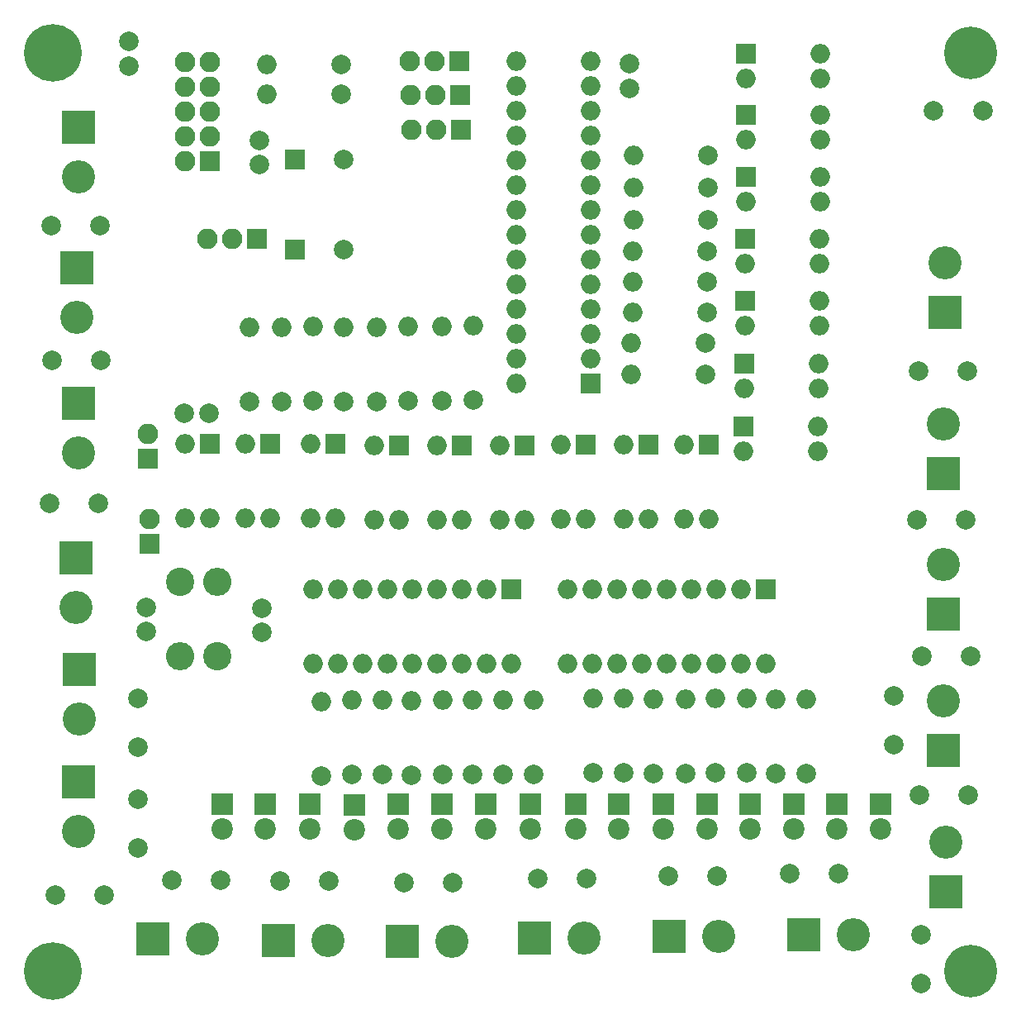
<source format=gbr>
G04 #@! TF.FileFunction,Soldermask,Bot*
%FSLAX46Y46*%
G04 Gerber Fmt 4.6, Leading zero omitted, Abs format (unit mm)*
G04 Created by KiCad (PCBNEW 4.0.7) date 04/13/19 11:51:36*
%MOMM*%
%LPD*%
G01*
G04 APERTURE LIST*
%ADD10C,0.100000*%
%ADD11C,2.000000*%
%ADD12R,3.400000X3.400000*%
%ADD13C,3.400000*%
%ADD14R,2.000000X2.000000*%
%ADD15O,2.000000X2.000000*%
%ADD16R,2.100000X2.100000*%
%ADD17O,2.100000X2.100000*%
%ADD18C,5.900000*%
%ADD19C,2.900000*%
%ADD20O,2.900000X2.900000*%
%ADD21C,5.400000*%
%ADD22R,2.200000X2.200000*%
%ADD23C,2.200000*%
G04 APERTURE END LIST*
D10*
D11*
X140208000Y-117856000D03*
X140208000Y-122856000D03*
D12*
X56337200Y-103708200D03*
D13*
X56337200Y-108788200D03*
D14*
X124993400Y-58318400D03*
D15*
X132613400Y-60858400D03*
X124993400Y-60858400D03*
X132613400Y-58318400D03*
D16*
X95656400Y-52806600D03*
D17*
X93116400Y-52806600D03*
X90576400Y-52806600D03*
D14*
X127038100Y-106946700D03*
D15*
X106718100Y-114566700D03*
X124498100Y-106946700D03*
X109258100Y-114566700D03*
X121958100Y-106946700D03*
X111798100Y-114566700D03*
X119418100Y-106946700D03*
X114338100Y-114566700D03*
X116878100Y-106946700D03*
X116878100Y-114566700D03*
X114338100Y-106946700D03*
X119418100Y-114566700D03*
X111798100Y-106946700D03*
X121958100Y-114566700D03*
X109258100Y-106946700D03*
X124498100Y-114566700D03*
X106718100Y-106946700D03*
X127038100Y-114566700D03*
D14*
X100965000Y-106934000D03*
D15*
X80645000Y-114554000D03*
X98425000Y-106934000D03*
X83185000Y-114554000D03*
X95885000Y-106934000D03*
X85725000Y-114554000D03*
X93345000Y-106934000D03*
X88265000Y-114554000D03*
X90805000Y-106934000D03*
X90805000Y-114554000D03*
X88265000Y-106934000D03*
X93345000Y-114554000D03*
X85725000Y-106934000D03*
X95885000Y-114554000D03*
X83185000Y-106934000D03*
X98425000Y-114554000D03*
X80645000Y-106934000D03*
X100965000Y-114554000D03*
D11*
X63563500Y-111252000D03*
X63563500Y-108752000D03*
D14*
X78790800Y-72123300D03*
D11*
X83790800Y-72123300D03*
D16*
X95707200Y-56311800D03*
D17*
X93167200Y-56311800D03*
X90627200Y-56311800D03*
D16*
X74930000Y-71018400D03*
D17*
X72390000Y-71018400D03*
X69850000Y-71018400D03*
D11*
X83540600Y-56210200D03*
D15*
X75920600Y-56210200D03*
D18*
X54000000Y-52000000D03*
X54000000Y-146000000D03*
D11*
X83540600Y-53136800D03*
D15*
X75920600Y-53136800D03*
D11*
X113080800Y-53073300D03*
X113080800Y-55573300D03*
X75158600Y-63423800D03*
X75158600Y-60923800D03*
D16*
X95783400Y-59855100D03*
D17*
X93243400Y-59855100D03*
X90703400Y-59855100D03*
D14*
X109093000Y-85852000D03*
D15*
X101473000Y-52832000D03*
X109093000Y-83312000D03*
X101473000Y-55372000D03*
X109093000Y-80772000D03*
X101473000Y-57912000D03*
X109093000Y-78232000D03*
X101473000Y-60452000D03*
X109093000Y-75692000D03*
X101473000Y-62992000D03*
X109093000Y-73152000D03*
X101473000Y-65532000D03*
X109093000Y-70612000D03*
X101473000Y-68072000D03*
X109093000Y-68072000D03*
X101473000Y-70612000D03*
X109093000Y-65532000D03*
X101473000Y-73152000D03*
X109093000Y-62992000D03*
X101473000Y-75692000D03*
X109093000Y-60452000D03*
X101473000Y-78232000D03*
X109093000Y-57912000D03*
X101473000Y-80772000D03*
X109093000Y-55372000D03*
X101473000Y-83312000D03*
X109093000Y-52832000D03*
X101473000Y-85852000D03*
D19*
X67056000Y-106172000D03*
D20*
X67056000Y-113792000D03*
D14*
X78790800Y-62865000D03*
D11*
X83790800Y-62865000D03*
D19*
X70866000Y-113792000D03*
D20*
X70866000Y-106172000D03*
D11*
X69961760Y-88905080D03*
X67461760Y-88905080D03*
X75438000Y-108839000D03*
X75438000Y-111339000D03*
X61798200Y-53314600D03*
X61798200Y-50814600D03*
D16*
X70078600Y-63093600D03*
D17*
X67538600Y-63093600D03*
X70078600Y-60553600D03*
X67538600Y-60553600D03*
X70078600Y-58013600D03*
X67538600Y-58013600D03*
X70078600Y-55473600D03*
X67538600Y-55473600D03*
X70078600Y-52933600D03*
X67538600Y-52933600D03*
D12*
X56642000Y-59563000D03*
D13*
X56642000Y-64643000D03*
D16*
X63881000Y-102298500D03*
D17*
X63881000Y-99758500D03*
D16*
X63754000Y-93535500D03*
D17*
X63754000Y-90995500D03*
D11*
X97066100Y-87566500D03*
D15*
X97066100Y-79946500D03*
D11*
X93827600Y-87617300D03*
D15*
X93827600Y-79997300D03*
D11*
X90411300Y-87617300D03*
D15*
X90411300Y-79997300D03*
D11*
X87172800Y-87731600D03*
D15*
X87172800Y-80111600D03*
D11*
X83820000Y-87731600D03*
D15*
X83820000Y-80111600D03*
D11*
X80632300Y-87617300D03*
D15*
X80632300Y-79997300D03*
D11*
X77393800Y-87680800D03*
D15*
X77393800Y-80060800D03*
D11*
X74155300Y-87731600D03*
D15*
X74155300Y-80111600D03*
D14*
X114985800Y-92125800D03*
D15*
X112445800Y-99745800D03*
X112445800Y-92125800D03*
X114985800Y-99745800D03*
D14*
X108623100Y-92125800D03*
D15*
X106083100Y-99745800D03*
X106083100Y-92125800D03*
X108623100Y-99745800D03*
D14*
X102298500Y-92202000D03*
D15*
X99758500Y-99822000D03*
X99758500Y-92202000D03*
X102298500Y-99822000D03*
D14*
X95897700Y-92163900D03*
D15*
X93357700Y-99783900D03*
X93357700Y-92163900D03*
X95897700Y-99783900D03*
D14*
X89458800Y-92163900D03*
D15*
X86918800Y-99783900D03*
X86918800Y-92163900D03*
X89458800Y-99783900D03*
D14*
X82905600Y-92049600D03*
D15*
X80365600Y-99669600D03*
X80365600Y-92049600D03*
X82905600Y-99669600D03*
D14*
X76276200Y-92049600D03*
D15*
X73736200Y-99669600D03*
X73736200Y-92049600D03*
X76276200Y-99669600D03*
D14*
X70065900Y-92011500D03*
D15*
X67525900Y-99631500D03*
X67525900Y-92011500D03*
X70065900Y-99631500D03*
D21*
X148000000Y-52000000D03*
X148000000Y-146000000D03*
D11*
X121145300Y-62471300D03*
D15*
X113525300Y-62471300D03*
D11*
X121094500Y-65773300D03*
D15*
X113474500Y-65773300D03*
D11*
X121145300Y-69062600D03*
D15*
X113525300Y-69062600D03*
D11*
X121031000Y-72250300D03*
D15*
X113411000Y-72250300D03*
D11*
X121031000Y-75438000D03*
D15*
X113411000Y-75438000D03*
D11*
X121031000Y-78562200D03*
D15*
X113411000Y-78562200D03*
D11*
X120891300Y-81724500D03*
D15*
X113271300Y-81724500D03*
D11*
X120891300Y-84886800D03*
D15*
X113271300Y-84886800D03*
D14*
X124993400Y-52009040D03*
D15*
X132613400Y-54549040D03*
X124993400Y-54549040D03*
X132613400Y-52009040D03*
D14*
X124993400Y-64632840D03*
D15*
X132613400Y-67172840D03*
X124993400Y-67172840D03*
X132613400Y-64632840D03*
D14*
X124907040Y-71033640D03*
D15*
X132527040Y-73573640D03*
X124907040Y-73573640D03*
X132527040Y-71033640D03*
D14*
X124907040Y-77343000D03*
D15*
X132527040Y-79883000D03*
X124907040Y-79883000D03*
X132527040Y-77343000D03*
D14*
X124835920Y-83820000D03*
D15*
X132455920Y-86360000D03*
X124835920Y-86360000D03*
X132455920Y-83820000D03*
D14*
X124724160Y-90246200D03*
D15*
X132344160Y-92786200D03*
X124724160Y-92786200D03*
X132344160Y-90246200D03*
D14*
X121196100Y-92125800D03*
D15*
X118656100Y-99745800D03*
X118656100Y-92125800D03*
X121196100Y-99745800D03*
D12*
X89789000Y-143002000D03*
D13*
X94869000Y-143002000D03*
D12*
X77089000Y-142875000D03*
D13*
X82169000Y-142875000D03*
D12*
X64262000Y-142748000D03*
D13*
X69342000Y-142748000D03*
D12*
X56642000Y-126682500D03*
D13*
X56642000Y-131762500D03*
D12*
X56718200Y-115163600D03*
D13*
X56718200Y-120243600D03*
D12*
X56616600Y-87884000D03*
D13*
X56616600Y-92964000D03*
D12*
X56438800Y-73939400D03*
D13*
X56438800Y-79019400D03*
D12*
X145440400Y-78536800D03*
D13*
X145440400Y-73456800D03*
D12*
X145288000Y-95097600D03*
D13*
X145288000Y-90017600D03*
D12*
X145288000Y-109474000D03*
D13*
X145288000Y-104394000D03*
D12*
X145288000Y-123444000D03*
D13*
X145288000Y-118364000D03*
D12*
X145542000Y-137922000D03*
D13*
X145542000Y-132842000D03*
D12*
X130937000Y-142303500D03*
D13*
X136017000Y-142303500D03*
D12*
X117157500Y-142494000D03*
D13*
X122237500Y-142494000D03*
D12*
X103378000Y-142684500D03*
D13*
X108458000Y-142684500D03*
D11*
X144272000Y-57912000D03*
X149272000Y-57912000D03*
X143002000Y-147320000D03*
X143002000Y-142320000D03*
X53873400Y-83489800D03*
X58873400Y-83489800D03*
X53644800Y-98120200D03*
X58644800Y-98120200D03*
X94996000Y-136969500D03*
X89996000Y-136969500D03*
X82296000Y-136842500D03*
X77296000Y-136842500D03*
X71183500Y-136715500D03*
X66183500Y-136715500D03*
X62674500Y-133413500D03*
X62674500Y-128413500D03*
X62674500Y-123126500D03*
X62674500Y-118126500D03*
X53822600Y-69621400D03*
X58822600Y-69621400D03*
X148082000Y-113792000D03*
X143082000Y-113792000D03*
X108648500Y-136525000D03*
X103648500Y-136525000D03*
X147726400Y-84582000D03*
X142726400Y-84582000D03*
X147574000Y-99822000D03*
X142574000Y-99822000D03*
X134493000Y-136017000D03*
X129493000Y-136017000D03*
X122047000Y-136334500D03*
X117047000Y-136334500D03*
X147828000Y-128016000D03*
X142828000Y-128016000D03*
X54254400Y-138226800D03*
X59254400Y-138226800D03*
X103276400Y-125907800D03*
D15*
X103276400Y-118287800D03*
D11*
X100126800Y-125882400D03*
D15*
X100126800Y-118262400D03*
D11*
X96951800Y-125844300D03*
D15*
X96951800Y-118224300D03*
D11*
X93929200Y-125882400D03*
D15*
X93929200Y-118262400D03*
D11*
X90728800Y-125933200D03*
D15*
X90728800Y-118313200D03*
D11*
X87782400Y-125882400D03*
D15*
X87782400Y-118262400D03*
D11*
X84620100Y-125920500D03*
D15*
X84620100Y-118300500D03*
D11*
X81534000Y-126009400D03*
D15*
X81534000Y-118389400D03*
D22*
X71297800Y-128917700D03*
D23*
X71297800Y-131457700D03*
D22*
X75717400Y-128968500D03*
D23*
X75717400Y-131508500D03*
D22*
X80302100Y-128968500D03*
D23*
X80302100Y-131508500D03*
D22*
X84848700Y-128993900D03*
D23*
X84848700Y-131533900D03*
D22*
X89382600Y-128917700D03*
D23*
X89382600Y-131457700D03*
D22*
X93878400Y-128917700D03*
D23*
X93878400Y-131457700D03*
D22*
X98374200Y-128917700D03*
D23*
X98374200Y-131457700D03*
D22*
X102908100Y-128917700D03*
D23*
X102908100Y-131457700D03*
D22*
X107569000Y-128905000D03*
D23*
X107569000Y-131445000D03*
D22*
X112014000Y-128905000D03*
D23*
X112014000Y-131445000D03*
D22*
X116586000Y-128905000D03*
D23*
X116586000Y-131445000D03*
D22*
X121031000Y-128905000D03*
D23*
X121031000Y-131445000D03*
D22*
X125476000Y-128905000D03*
D23*
X125476000Y-131445000D03*
D22*
X129921000Y-128905000D03*
D23*
X129921000Y-131445000D03*
D22*
X134366000Y-128905000D03*
D23*
X134366000Y-131445000D03*
D22*
X138811000Y-128905000D03*
D23*
X138811000Y-131445000D03*
D11*
X131206240Y-125785880D03*
D15*
X131206240Y-118165880D03*
D11*
X128054100Y-125768100D03*
D15*
X128054100Y-118148100D03*
D11*
X125059440Y-125730000D03*
D15*
X125059440Y-118110000D03*
D11*
X121846340Y-125730000D03*
D15*
X121846340Y-118110000D03*
D11*
X118795800Y-125768100D03*
D15*
X118795800Y-118148100D03*
D11*
X115559840Y-125785880D03*
D15*
X115559840Y-118165880D03*
D11*
X112522000Y-125730000D03*
D15*
X112522000Y-118110000D03*
D11*
X109347000Y-125730000D03*
D15*
X109347000Y-118110000D03*
M02*

</source>
